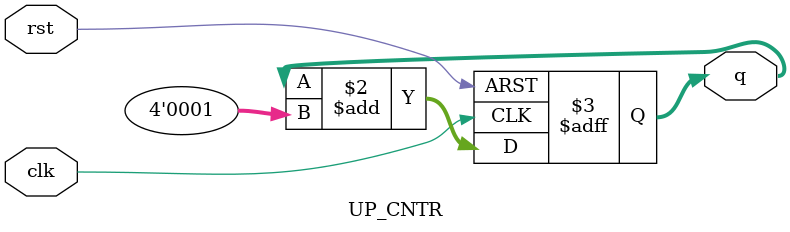
<source format=v>
`timescale 1ns / 1ps
module UP_CNTR (
    input clk,rst,
    output reg [3:0]q
                 );
always @(posedge clk , posedge rst) // assync rst
//always @(posedge clk) // sync rst
     begin
        if (rst)
           q<=4'b0000;
        else
            q<=q+4'b0001;
     end
endmodule

</source>
